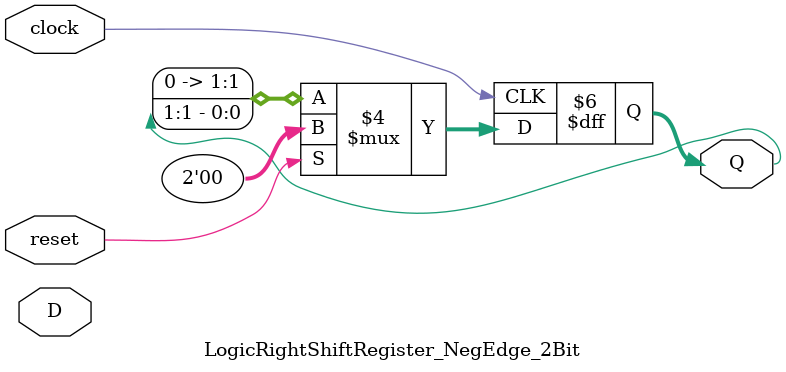
<source format=v>
module LogicRightShiftRegister_NegEdge_2Bit (clock, reset, D, Q);
    input clock;
    input reset;
    input [1:0] D;
    output reg [1:0] Q;

    always @(negedge clock)
    begin
        if (reset)
            Q = 2'b00;
        else
            Q = Q >> 1 ;        
    end
endmodule

</source>
